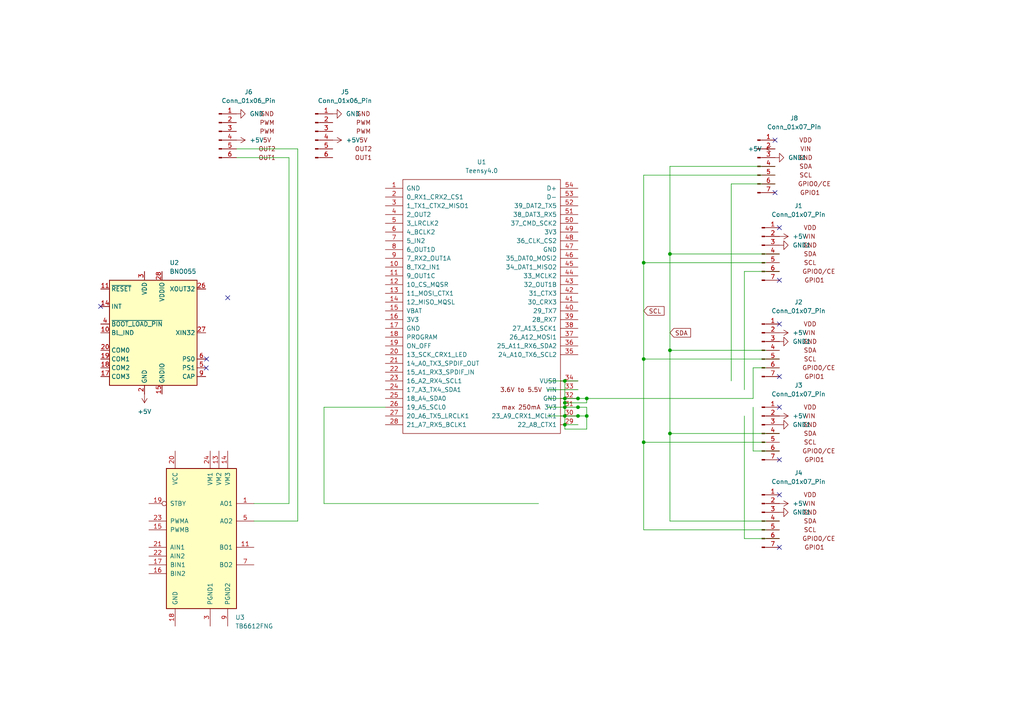
<source format=kicad_sch>
(kicad_sch (version 20230121) (generator eeschema)
  (paper "A4")
  (lib_symbols
    (symbol "Conn_01x06_Pin_2" (pin_names (offset 1.016) hide)
      (property "Reference" "J6" (at 8.6051 11.43 0))
      (property "Value" "Conn_01x06_Pin" (at 8.6051 8.89 0))
      (symbol "Conn_01x06_Pin_2_1_1"
        (polyline (pts (xy 1.27 -7.62) (xy 0.8636 -7.62)) (stroke (width 0.1524)))
        (polyline (pts (xy 1.27 -5.08) (xy 0.8636 -5.08)) (stroke (width 0.1524)))
        (polyline (pts (xy 1.27 -2.54) (xy 0.8636 -2.54)) (stroke (width 0.1524)))
        (polyline (pts (xy 1.27 0) (xy 0.8636 0)) (stroke (width 0.1524)))
        (polyline (pts (xy 1.27 2.54) (xy 0.8636 2.54)) (stroke (width 0.1524)))
        (polyline (pts (xy 1.27 5.08) (xy 0.8636 5.08)) (stroke (width 0.1524)))
        (rectangle (start 0.8636 -7.493) (end 0 -7.747) (stroke (width 0.1524)) (fill (type outline)))
        (rectangle (start 0.8636 -4.953) (end 0 -5.207) (stroke (width 0.1524)) (fill (type outline)))
        (rectangle (start 0.8636 -2.413) (end 0 -2.667) (stroke (width 0.1524)) (fill (type outline)))
        (rectangle (start 0.8636 0.127) (end 0 -0.127) (stroke (width 0.1524)) (fill (type outline)))
        (rectangle (start 0.8636 2.667) (end 0 2.413) (stroke (width 0.1524)) (fill (type outline)))
        (rectangle (start 0.8636 5.207) (end 0 4.953) (stroke (width 0.1524)) (fill (type outline)))
        (text "5V" (at 13.97 -2.54 0) (effects (font (size 1.27 1.27))))
        (text "GND" (at 13.97 5.08 0) (effects (font (size 1.27 1.27))))
        (text "OUT1" (at 13.97 -7.62 0) (effects (font (size 1.27 1.27))))
        (text "OUT2" (at 13.97 -5.08 0) (effects (font (size 1.27 1.27))))
        (text "PWM" (at 13.97 0 0) (effects (font (size 1.27 1.27))))
        (text "PWM" (at 13.97 2.54 0) (effects (font (size 1.27 1.27))))
        (pin passive line (at 5.08 5.08 180) (length 3.81) (name "Pin_1") (number "1"))
        (pin passive line (at 5.08 2.54 180) (length 3.81) (name "Pin_2") (number "2"))
        (pin passive line (at 5.08 0 180) (length 3.81) (name "Pin_3") (number "3"))
        (pin passive line (at 5.08 -2.54 180) (length 3.81) (name "Pin_4") (number "4"))
        (pin passive line (at 5.08 -5.08 180) (length 3.81) (name "Pin_5") (number "5"))
        (pin passive line (at 5.08 -7.62 180) (length 3.81) (name "Pin_6") (number "6"))
      )
    )
    (symbol "Conn_01x07_Pin_1" (pin_names (offset 1.016) hide)
      (property "Reference" "J1" (at 0.635 12.7 0))
      (property "Value" "Conn_01x07_Pin" (at 0.635 10.16 0))
      (symbol "Conn_01x07_Pin_1_1_1"
        (polyline (pts (xy 1.27 -7.62) (xy 0.8636 -7.62)) (stroke (width 0.1524)))
        (polyline (pts (xy 1.27 -5.08) (xy 0.8636 -5.08)) (stroke (width 0.1524)))
        (polyline (pts (xy 1.27 -2.54) (xy 0.8636 -2.54)) (stroke (width 0.1524)))
        (polyline (pts (xy 1.27 0) (xy 0.8636 0)) (stroke (width 0.1524)))
        (polyline (pts (xy 1.27 2.54) (xy 0.8636 2.54)) (stroke (width 0.1524)))
        (polyline (pts (xy 1.27 5.08) (xy 0.8636 5.08)) (stroke (width 0.1524)))
        (polyline (pts (xy 1.27 7.62) (xy 0.8636 7.62)) (stroke (width 0.1524)))
        (rectangle (start 0.8636 -7.493) (end 0 -7.747) (stroke (width 0.1524)) (fill (type outline)))
        (rectangle (start 0.8636 -4.953) (end 0 -5.207) (stroke (width 0.1524)) (fill (type outline)))
        (rectangle (start 0.8636 -2.413) (end 0 -2.667) (stroke (width 0.1524)) (fill (type outline)))
        (rectangle (start 0.8636 0.127) (end 0 -0.127) (stroke (width 0.1524)) (fill (type outline)))
        (rectangle (start 0.8636 2.667) (end 0 2.413) (stroke (width 0.1524)) (fill (type outline)))
        (rectangle (start 0.8636 5.207) (end 0 4.953) (stroke (width 0.1524)) (fill (type outline)))
        (rectangle (start 0.8636 7.747) (end 0 7.493) (stroke (width 0.1524)) (fill (type outline)))
        (text "GND" (at 13.97 2.54 0) (effects (font (size 1.27 1.27))))
        (text "GPIO0/CE" (at 16.51 -5.08 0) (effects (font (size 1.27 1.27))))
        (text "GPIO1" (at 15.24 -7.62 0) (effects (font (size 1.27 1.27))))
        (text "SCL" (at 13.97 -2.54 0) (effects (font (size 1.27 1.27))))
        (text "SDA" (at 13.97 0 0) (effects (font (size 1.27 1.27))))
        (text "VDD" (at 13.97 7.62 0) (effects (font (size 1.27 1.27))))
        (text "VIN" (at 13.97 5.08 0) (effects (font (size 1.27 1.27))))
        (pin passive line (at 5.08 7.62 180) (length 3.81) (name "Pin_1") (number "1"))
        (pin passive line (at 5.08 5.08 180) (length 3.81) (name "Pin_2") (number "2"))
        (pin passive line (at 5.08 2.54 180) (length 3.81) (name "Pin_3") (number "3"))
        (pin passive line (at 5.08 0 180) (length 3.81) (name "Pin_4") (number "4"))
        (pin passive line (at 5.08 -2.54 180) (length 3.81) (name "Pin_5") (number "5"))
        (pin passive line (at 5.08 -5.08 180) (length 3.81) (name "Pin_6") (number "6"))
        (pin passive line (at 5.08 -7.62 180) (length 3.81) (name "Pin_7") (number "7"))
      )
    )
    (symbol "Driver_Motor:TB6612FNG" (pin_names (offset 1.016))
      (property "Reference" "U" (at 11.43 17.78 0))
      (property "Value" "TB6612FNG" (at 11.43 15.24 0))
      (symbol "TB6612FNG_0_1"
        (rectangle (start -10.16 20.32) (end 10.16 -20.32) (stroke (width 0.254)) (fill (type background)))
      )
      (symbol "TB6612FNG_1_1"
        (pin output line (at 15.24 10.16 180) (length 5.08) (name "AO1") (number "1"))
        (pin passive line (at 7.62 -25.4 90) (length 5.08) hide (name "PGND2") (number "10"))
        (pin output line (at 15.24 -2.54 180) (length 5.08) (name "BO1") (number "11"))
        (pin passive line (at 15.24 -2.54 180) (length 5.08) hide (name "BO1") (number "12"))
        (pin power_in line (at 5.08 25.4 270) (length 5.08) (name "VM2") (number "13"))
        (pin power_in line (at 7.62 25.4 270) (length 5.08) (name "VM3") (number "14"))
        (pin input line (at -15.24 2.54 0) (length 5.08) (name "PWMB") (number "15"))
        (pin input line (at -15.24 -10.16 0) (length 5.08) (name "BIN2") (number "16"))
        (pin input line (at -15.24 -7.62 0) (length 5.08) (name "BIN1") (number "17"))
        (pin power_in line (at -7.62 -25.4 90) (length 5.08) (name "GND") (number "18"))
        (pin input inverted (at -15.24 10.16 0) (length 5.08) (name "STBY") (number "19"))
        (pin passive line (at 15.24 10.16 180) (length 5.08) hide (name "AO1") (number "2"))
        (pin power_in line (at -7.62 25.4 270) (length 5.08) (name "VCC") (number "20"))
        (pin input line (at -15.24 -2.54 0) (length 5.08) (name "AIN1") (number "21"))
        (pin input line (at -15.24 -5.08 0) (length 5.08) (name "AIN2") (number "22"))
        (pin input line (at -15.24 5.08 0) (length 5.08) (name "PWMA") (number "23"))
        (pin power_in line (at 2.54 25.4 270) (length 5.08) (name "VM1") (number "24"))
        (pin power_in line (at 2.54 -25.4 90) (length 5.08) (name "PGND1") (number "3"))
        (pin passive line (at 2.54 -25.4 90) (length 5.08) hide (name "PGND1") (number "4"))
        (pin output line (at 15.24 5.08 180) (length 5.08) (name "AO2") (number "5"))
        (pin passive line (at 15.24 5.08 180) (length 5.08) hide (name "AO2") (number "6"))
        (pin output line (at 15.24 -7.62 180) (length 5.08) (name "BO2") (number "7"))
        (pin passive line (at 15.24 -7.62 180) (length 5.08) hide (name "BO2") (number "8"))
        (pin power_in line (at 7.62 -25.4 90) (length 5.08) (name "PGND2") (number "9"))
      )
    )
    (symbol "Sensor_Motion:BNO055"
      (property "Reference" "U" (at -11.43 16.51 0))
      (property "Value" "BNO055" (at 12.7 16.51 0))
      (symbol "BNO055_0_1"
        (rectangle (start -12.7 15.24) (end 12.7 -15.24) (stroke (width 0.254)) (fill (type background)))
      )
      (symbol "BNO055_1_1"
        (pin no_connect line (at -12.7 10.16 0) (length 2.54) hide (name "PIN1") (number "1"))
        (pin output line (at -15.24 0 0) (length 2.54) (name "BL_IND") (number "10"))
        (pin input line (at -15.24 12.7 0) (length 2.54) (name "~{RESET}") (number "11"))
        (pin no_connect line (at 12.7 10.16 180) (length 2.54) hide (name "PIN12") (number "12"))
        (pin no_connect line (at 12.7 7.62 180) (length 2.54) hide (name "PIN13") (number "13"))
        (pin output line (at -15.24 7.62 0) (length 2.54) (name "INT") (number "14"))
        (pin power_in line (at 2.54 -17.78 90) (length 2.54) (name "GNDIO") (number "15"))
        (pin passive line (at 2.54 -17.78 90) (length 2.54) hide (name "GNDIO") (number "16"))
        (pin input line (at -15.24 -12.7 0) (length 2.54) (name "COM3") (number "17"))
        (pin passive line (at -15.24 -10.16 0) (length 2.54) (name "COM2") (number "18"))
        (pin bidirectional line (at -15.24 -7.62 0) (length 2.54) (name "COM1") (number "19"))
        (pin power_in line (at -2.54 -17.78 90) (length 2.54) (name "GND") (number "2"))
        (pin bidirectional line (at -15.24 -5.08 0) (length 2.54) (name "COM0") (number "20"))
        (pin no_connect line (at 12.7 5.08 180) (length 2.54) hide (name "PIN21") (number "21"))
        (pin no_connect line (at 12.7 2.54 180) (length 2.54) hide (name "PIN22") (number "22"))
        (pin no_connect line (at 12.7 -2.54 180) (length 2.54) hide (name "PIN23") (number "23"))
        (pin no_connect line (at 12.7 -5.08 180) (length 2.54) hide (name "PIN24") (number "24"))
        (pin passive line (at 2.54 -17.78 90) (length 2.54) hide (name "GNDIO") (number "25"))
        (pin output line (at 15.24 12.7 180) (length 2.54) (name "XOUT32") (number "26"))
        (pin input line (at 15.24 0 180) (length 2.54) (name "XIN32") (number "27"))
        (pin power_in line (at 2.54 17.78 270) (length 2.54) (name "VDDIO") (number "28"))
        (pin power_in line (at -2.54 17.78 270) (length 2.54) (name "VDD") (number "3"))
        (pin input line (at -15.24 2.54 0) (length 2.54) (name "~{BOOT_LOAD_PIN}") (number "4"))
        (pin input line (at 15.24 -10.16 180) (length 2.54) (name "PS1") (number "5"))
        (pin input line (at 15.24 -7.62 180) (length 2.54) (name "PS0") (number "6"))
        (pin no_connect line (at -12.7 5.08 0) (length 2.54) hide (name "PIN7") (number "7"))
        (pin no_connect line (at -12.7 -2.54 0) (length 2.54) hide (name "PIN8") (number "8"))
        (pin passive line (at 15.24 -12.7 180) (length 2.54) (name "CAP") (number "9"))
      )
    )
    (symbol "power:+5V" (power) (pin_names (offset 0))
      (property "Value" "+5V" (at 0 3.556 0))
      (symbol "+5V_0_1"
        (polyline (pts (xy -0.762 1.27) (xy 0 2.54)))
        (polyline (pts (xy 0 0) (xy 0 2.54)))
        (polyline (pts (xy 0 2.54) (xy 0.762 1.27)))
      )
      (symbol "+5V_1_1"
        (pin power_in line (at 0 0 90) (length 0) hide (name "+5V") (number "1"))
      )
    )
    (symbol "power:GND" (power) (pin_names (offset 0))
      (property "Value" "GND" (at 0 -3.81 0))
      (symbol "GND_0_1"
        (polyline (pts (xy 0 0) (xy 0 -1.27) (xy 1.27 -1.27) (xy 0 -2.54) (xy -1.27 -1.27) (xy 0 -1.27)))
      )
      (symbol "GND_1_1"
        (pin power_in line (at 0 0 270) (length 0) hide (name "GND") (number "1"))
      )
    )
    (symbol "power:GND1" (power) (pin_names (offset 0))
      (property "Value" "GND1" (at 0 -3.81 0))
      (symbol "GND1_0_1"
        (polyline (pts (xy 0 0) (xy 0 -1.27) (xy 1.27 -1.27) (xy 0 -2.54) (xy -1.27 -1.27) (xy 0 -1.27)))
      )
      (symbol "GND1_1_1"
        (pin power_in line (at 0 0 270) (length 0) hide (name "GND1") (number "1"))
      )
    )
    (symbol "teensy:Teensy4.0" (pin_names (offset 1.016))
      (property "Reference" "U" (at 0 39.37 0))
      (property "Value" "Teensy4.0" (at 0 -39.37 0))
      (symbol "Teensy4.0_0_0"
        (text "3.6V to 5.5V" (at 11.43 -24.13 0) (effects (font (size 1.27 1.27))))
        (text "max 250mA" (at 11.43 -29.21 0) (effects (font (size 1.27 1.27))))
        (pin bidirectional line (at -27.94 11.43 0) (length 5.08) (name "8_TX2_IN1") (number "10"))
        (pin bidirectional line (at -27.94 8.89 0) (length 5.08) (name "9_OUT1C") (number "11"))
        (pin bidirectional line (at -27.94 6.35 0) (length 5.08) (name "10_CS_MQSR") (number "12"))
        (pin bidirectional line (at -27.94 3.81 0) (length 5.08) (name "11_MOSI_CTX1") (number "13"))
        (pin bidirectional line (at -27.94 1.27 0) (length 5.08) (name "12_MISO_MQSL") (number "14"))
        (pin power_in line (at -27.94 -1.27 0) (length 5.08) (name "VBAT") (number "15"))
        (pin power_in line (at -27.94 -3.81 0) (length 5.08) (name "3V3") (number "16"))
        (pin power_in line (at -27.94 -6.35 0) (length 5.08) (name "GND") (number "17"))
        (pin input line (at -27.94 -8.89 0) (length 5.08) (name "PROGRAM") (number "18"))
        (pin input line (at -27.94 -11.43 0) (length 5.08) (name "ON_OFF") (number "19"))
        (pin bidirectional line (at -27.94 -13.97 0) (length 5.08) (name "13_SCK_CRX1_LED") (number "20"))
        (pin bidirectional line (at -27.94 -16.51 0) (length 5.08) (name "14_A0_TX3_SPDIF_OUT") (number "21"))
        (pin bidirectional line (at -27.94 -19.05 0) (length 5.08) (name "15_A1_RX3_SPDIF_IN") (number "22"))
        (pin bidirectional line (at -27.94 -21.59 0) (length 5.08) (name "16_A2_RX4_SCL1") (number "23"))
        (pin bidirectional line (at -27.94 -24.13 0) (length 5.08) (name "17_A3_TX4_SDA1") (number "24"))
        (pin bidirectional line (at -27.94 -26.67 0) (length 5.08) (name "18_A4_SDA0") (number "25"))
        (pin bidirectional line (at -27.94 -29.21 0) (length 5.08) (name "19_A5_SCL0") (number "26"))
        (pin bidirectional line (at -27.94 -31.75 0) (length 5.08) (name "20_A6_TX5_LRCLK1") (number "27"))
        (pin bidirectional line (at -27.94 -34.29 0) (length 5.08) (name "21_A7_RX5_BCLK1") (number "28"))
        (pin bidirectional line (at 27.94 -34.29 180) (length 5.08) (name "22_A8_CTX1") (number "29"))
        (pin bidirectional line (at 27.94 -31.75 180) (length 5.08) (name "23_A9_CRX1_MCLK1") (number "30"))
        (pin power_out line (at 27.94 -29.21 180) (length 5.08) (name "3V3") (number "31"))
        (pin power_in line (at 27.94 -26.67 180) (length 5.08) (name "GND") (number "32"))
        (pin power_in line (at 27.94 -24.13 180) (length 5.08) (name "VIN") (number "33"))
        (pin power_out line (at 27.94 -21.59 180) (length 5.08) (name "VUSB") (number "34"))
        (pin bidirectional line (at 27.94 -13.97 180) (length 5.08) (name "24_A10_TX6_SCL2") (number "35"))
        (pin bidirectional line (at 27.94 -11.43 180) (length 5.08) (name "25_A11_RX6_SDA2") (number "36"))
        (pin bidirectional line (at 27.94 -8.89 180) (length 5.08) (name "26_A12_MOSI1") (number "37"))
        (pin bidirectional line (at 27.94 -6.35 180) (length 5.08) (name "27_A13_SCK1") (number "38"))
        (pin bidirectional line (at 27.94 -3.81 180) (length 5.08) (name "28_RX7") (number "39"))
        (pin bidirectional line (at 27.94 -1.27 180) (length 5.08) (name "29_TX7") (number "40"))
        (pin bidirectional line (at 27.94 1.27 180) (length 5.08) (name "30_CRX3") (number "41"))
        (pin bidirectional line (at 27.94 3.81 180) (length 5.08) (name "31_CTX3") (number "42"))
        (pin bidirectional line (at 27.94 6.35 180) (length 5.08) (name "32_OUT1B") (number "43"))
        (pin bidirectional line (at 27.94 8.89 180) (length 5.08) (name "33_MCLK2") (number "44"))
        (pin bidirectional line (at 27.94 11.43 180) (length 5.08) (name "34_DAT1_MISO2") (number "45"))
        (pin bidirectional line (at 27.94 13.97 180) (length 5.08) (name "35_DAT0_MOSI2") (number "46"))
        (pin power_out line (at 27.94 16.51 180) (length 5.08) (name "GND") (number "47"))
        (pin bidirectional line (at 27.94 19.05 180) (length 5.08) (name "36_CLK_CS2") (number "48"))
        (pin power_out line (at 27.94 21.59 180) (length 5.08) (name "3V3") (number "49"))
        (pin bidirectional line (at -27.94 24.13 0) (length 5.08) (name "3_LRCLK2") (number "5"))
        (pin bidirectional line (at 27.94 24.13 180) (length 5.08) (name "37_CMD_SCK2") (number "50"))
        (pin bidirectional line (at 27.94 26.67 180) (length 5.08) (name "38_DAT3_RX5") (number "51"))
        (pin bidirectional line (at 27.94 29.21 180) (length 5.08) (name "39_DAT2_TX5") (number "52"))
        (pin bidirectional line (at 27.94 31.75 180) (length 5.08) (name "D-") (number "53"))
        (pin bidirectional line (at 27.94 34.29 180) (length 5.08) (name "D+") (number "54"))
        (pin bidirectional line (at -27.94 21.59 0) (length 5.08) (name "4_BCLK2") (number "6"))
        (pin bidirectional line (at -27.94 19.05 0) (length 5.08) (name "5_IN2") (number "7"))
        (pin bidirectional line (at -27.94 16.51 0) (length 5.08) (name "6_OUT1D") (number "8"))
        (pin bidirectional line (at -27.94 13.97 0) (length 5.08) (name "7_RX2_OUT1A") (number "9"))
      )
      (symbol "Teensy4.0_0_1"
        (rectangle (start -22.86 36.83) (end 22.86 -36.83))
        (rectangle (start -20.32 -31.75) (end -20.32 -31.75))
      )
      (symbol "Teensy4.0_1_1"
        (pin power_in line (at -27.94 34.29 0) (length 5.08) (name "GND") (number "1"))
        (pin bidirectional line (at -27.94 31.75 0) (length 5.08) (name "0_RX1_CRX2_CS1") (number "2"))
        (pin bidirectional line (at -27.94 29.21 0) (length 5.08) (name "1_TX1_CTX2_MISO1") (number "3"))
        (pin bidirectional line (at -27.94 26.67 0) (length 5.08) (name "2_OUT2") (number "4"))
      )
    )
  )
  (junction (at 167.64 120.65))
  (junction (at 194.31 73.66))
  (junction (at 163.83 118.11))
  (junction (at 170.18 120.65))
  (junction (at 170.18 115.57))
  (junction (at 186.69 104.14))
  (junction (at 163.83 123.19))
  (junction (at 194.31 125.73))
  (junction (at 167.64 115.57))
  (junction (at 163.83 110.49))
  (junction (at 167.64 118.11))
  (junction (at 163.83 115.57))
  (junction (at 186.69 128.27))
  (junction (at 194.31 101.6))
  (junction (at 186.69 76.2))
  (junction (at 163.83 116.84))
  (junction (at 163.83 120.65))
  (no_connect (at 224.79 55.88))
  (no_connect (at 226.06 143.51))
  (no_connect (at 224.79 40.64))
  (no_connect (at 226.06 133.35))
  (no_connect (at 29.1808 88.8652))
  (no_connect (at 226.06 158.75))
  (no_connect (at 226.06 81.28))
  (no_connect (at 59.9143 104.1237))
  (no_connect (at 226.06 109.22))
  (no_connect (at 66.04 86.36))
  (no_connect (at 226.06 93.98))
  (no_connect (at 226.06 118.11))
  (no_connect (at 226.06 66.04))
  (no_connect (at 59.806 106.7209))
  (wire (pts (xy 170.18 120.65) (xy 170.18 118.11)))
  (wire (pts (xy 218.44 118.11) (xy 218.44 130.81)))
  (wire (pts (xy 194.31 48.26) (xy 224.79 48.26)))
  (wire (pts (xy 163.83 110.49) (xy 163.83 115.57)))
  (wire (pts (xy 215.9 120.65) (xy 215.9 156.21)))
  (wire (pts (xy 212.09 110.49) (xy 212.09 53.34)))
  (wire (pts (xy 167.64 123.19) (xy 163.83 123.19)))
  (wire (pts (xy 163.83 124.46) (xy 170.18 124.46)))
  (wire (pts (xy 218.44 130.81) (xy 226.06 130.81)))
  (wire (pts (xy 163.83 116.84) (xy 163.83 118.11)))
  (wire (pts (xy 170.18 124.46) (xy 170.18 120.65)))
  (wire (pts (xy 194.31 101.6) (xy 194.31 73.66)))
  (wire (pts (xy 215.9 78.74) (xy 226.06 78.74)))
  (wire (pts (xy 167.64 120.65) (xy 163.83 120.65)))
  (wire (pts (xy 163.83 120.65) (xy 163.83 123.19)))
  (wire (pts (xy 86.36 151.13) (xy 73.66 151.13)))
  (wire (pts (xy 158.75 113.03) (xy 167.64 113.03)))
  (wire (pts (xy 226.06 125.73) (xy 194.31 125.73)))
  (wire (pts (xy 194.31 101.6) (xy 194.31 125.73)))
  (wire (pts (xy 186.69 128.27) (xy 186.69 153.67)))
  (wire (pts (xy 186.69 76.2) (xy 226.06 76.2)))
  (wire (pts (xy 73.66 146.05) (xy 83.82 146.05)))
  (wire (pts (xy 83.82 146.05) (xy 83.82 45.72)))
  (wire (pts (xy 86.36 43.18) (xy 86.36 151.13)))
  (wire (pts (xy 93.98 118.11) (xy 93.98 146.05)))
  (wire (pts (xy 68.58 43.18) (xy 86.36 43.18)))
  (wire (pts (xy 194.31 73.66) (xy 194.31 48.26)))
  (wire (pts (xy 158.75 120.65) (xy 163.83 120.65)))
  (wire (pts (xy 158.75 118.11) (xy 163.83 118.11)))
  (wire (pts (xy 224.79 50.8) (xy 186.69 50.8)))
  (wire (pts (xy 167.64 120.65) (xy 170.18 120.65)))
  (wire (pts (xy 170.18 116.84) (xy 170.18 115.57)))
  (wire (pts (xy 186.69 153.67) (xy 226.06 153.67)))
  (wire (pts (xy 226.06 151.13) (xy 194.31 151.13)))
  (wire (pts (xy 186.69 104.14) (xy 186.69 128.27)))
  (wire (pts (xy 163.83 116.84) (xy 170.18 116.84)))
  (wire (pts (xy 167.64 115.57) (xy 170.18 115.57)))
  (wire (pts (xy 194.31 151.13) (xy 194.31 125.73)))
  (wire (pts (xy 186.69 50.8) (xy 186.69 76.2)))
  (wire (pts (xy 167.64 110.49) (xy 163.83 110.49)))
  (wire (pts (xy 215.9 113.03) (xy 215.9 78.74)))
  (wire (pts (xy 167.64 118.11) (xy 170.18 118.11)))
  (wire (pts (xy 215.9 156.21) (xy 226.06 156.21)))
  (wire (pts (xy 186.69 104.14) (xy 226.06 104.14)))
  (wire (pts (xy 163.83 123.19) (xy 163.83 124.46)))
  (wire (pts (xy 218.44 106.68) (xy 226.06 106.68)))
  (wire (pts (xy 163.83 115.57) (xy 163.83 116.84)))
  (wire (pts (xy 93.98 146.05) (xy 156.21 146.05)))
  (wire (pts (xy 212.09 53.34) (xy 224.79 53.34)))
  (wire (pts (xy 163.83 118.11) (xy 163.83 120.65)))
  (wire (pts (xy 186.69 128.27) (xy 226.06 128.27)))
  (wire (pts (xy 158.75 110.49) (xy 163.83 110.49)))
  (wire (pts (xy 163.83 118.11) (xy 167.64 118.11)))
  (wire (pts (xy 194.31 73.66) (xy 226.06 73.66)))
  (wire (pts (xy 218.44 115.57) (xy 218.44 106.68)))
  (wire (pts (xy 194.31 101.6) (xy 226.06 101.6)))
  (wire (pts (xy 167.64 115.57) (xy 163.83 115.57)))
  (wire (pts (xy 186.69 76.2) (xy 186.69 104.14)))
  (wire (pts (xy 170.18 115.57) (xy 218.44 115.57)))
  (wire (pts (xy 158.75 115.57) (xy 163.83 115.57)))
  (wire (pts (xy 111.76 118.11) (xy 93.98 118.11)))
  (wire (pts (xy 83.82 45.72) (xy 68.58 45.72)))
  (global_label "SCL" (shape input) (at 186.69 90.17 0) (property "Intersheetrefs" "${INTERSHEET_REFS}" (effects hide)))
  (global_label "SDA" (shape input) (at 194.31 96.52 0) (property "Intersheetrefs" "${INTERSHEET_REFS}" (effects hide)))
  (symbol (lib_id "Driver_Motor:TB6612FNG") (at 58.42 156.21 0) (unit 1)
    (property "Reference" "U3" (at 68.2341 179.07 0) (effects (justify left)))
    (property "Value" "TB6612FNG" (at 68.2341 181.61 0) (effects (justify left)))
    (property "Footprint" "Package_SO:SSOP-24_5.3x8.2mm_P0.65mm" (effects hide))
    (property "Datasheet" "https://toshiba.semicon-storage.com/us/product/linear/motordriver/detail.TB6612FNG.html" (effects hide))
  )
  (symbol (lib_id "power:GND") (at 96.52 33.02 90) (unit 1)
    (property "Reference" "#PWR01" (effects hide))
    (property "Value" "GND" (at 100.33 33.02 90) (effects (justify right)))
  )
  (symbol (lib_id "power:+5V") (at 224.79 43.18 90) (unit 1)
    (property "Reference" "#PWR07" (effects hide))
    (property "Value" "+5V" (at 220.98 43.18 90) (effects (justify left)))
  )
  (symbol (lib_id "Sensor_Motion:BNO055") (at 44.45 96.52 0) (unit 1)
    (property "Reference" "U2" (at 49.1841 76.2 0) (effects (justify left)))
    (property "Value" "BNO055" (at 49.1841 78.74 0) (effects (justify left)))
    (property "Footprint" "Package_LGA:LGA-28_5.2x3.8mm_P0.5mm" (effects hide))
    (property "Datasheet" "https://www.bosch-sensortec.com/media/boschsensortec/downloads/datasheets/bst-bno055-ds000.pdf" (effects hide))
  )
  (symbol (lib_name "Conn_01x07_Pin_1") (lib_id "Connector:Conn_01x07_Pin") (at 220.98 125.73 0) (unit 1)
    (property "Reference" "J3" (at 231.6111 111.76 0))
    (property "Value" "Conn_01x07_Pin" (at 231.6111 114.3 0))
    (property "Footprint" "Connector_PinHeader_2.54mm:PinHeader_1x07_P2.54mm_Vertical" (effects hide))
  )
  (symbol (lib_id "power:+5V") (at 41.91 114.3 180) (unit 1)
    (property "Reference" "#PWR017" (effects hide))
    (property "Value" "+5V" (at 41.91 119.38 0))
  )
  (symbol (lib_id "power:GND") (at 68.58 33.02 90) (unit 1)
    (property "Reference" "#PWR03" (effects hide))
    (property "Value" "GND" (at 72.39 33.02 90) (effects (justify right)))
  )
  (symbol (lib_id "power:GND1") (at 226.06 71.12 90) (unit 1)
    (property "Reference" "#PWR06" (effects hide))
    (property "Value" "GND1" (at 229.87 71.12 90) (effects (justify right)))
  )
  (symbol (lib_id "power:+5V") (at 68.58 40.64 270) (unit 1)
    (property "Reference" "#PWR02" (effects hide))
    (property "Value" "+5V" (at 72.39 40.64 90) (effects (justify left)))
  )
  (symbol (lib_id "power:+5V") (at 96.52 40.64 270) (unit 1)
    (property "Reference" "#PWR04" (effects hide))
    (property "Value" "+5V" (at 100.33 40.64 90) (effects (justify left)))
  )
  (symbol (lib_id "power:GND1") (at 226.06 148.59 90) (unit 1)
    (property "Reference" "#PWR012" (effects hide))
    (property "Value" "GND1" (at 229.87 148.59 90) (effects (justify right)))
  )
  (symbol (lib_id "power:GND1") (at 226.06 99.06 90) (unit 1)
    (property "Reference" "#PWR08" (effects hide))
    (property "Value" "GND1" (at 229.87 99.06 90) (effects (justify right)))
  )
  (symbol (lib_id "power:+5V") (at 226.06 96.52 270) (unit 1)
    (property "Reference" "#PWR011" (effects hide))
    (property "Value" "+5V" (at 229.87 96.52 90) (effects (justify left)))
  )
  (symbol (lib_name "Conn_01x07_Pin_1") (lib_id "Connector:Conn_01x07_Pin") (at 219.71 48.26 0) (unit 1)
    (property "Reference" "J8" (at 230.3411 34.29 0))
    (property "Value" "Conn_01x07_Pin" (at 230.3411 36.83 0))
    (property "Footprint" "Connector_PinHeader_2.54mm:PinHeader_1x07_P2.54mm_Vertical" (effects hide))
  )
  (symbol (lib_id "power:GND1") (at 224.79 45.72 90) (unit 1)
    (property "Reference" "#PWR05" (effects hide))
    (property "Value" "GND1" (at 228.6 45.72 90) (effects (justify right)))
  )
  (symbol (lib_id "power:+5V") (at 226.06 68.58 270) (unit 1)
    (property "Reference" "#PWR09" (effects hide))
    (property "Value" "+5V" (at 229.87 68.58 90) (effects (justify left)))
  )
  (symbol (lib_name "Conn_01x07_Pin_1") (lib_id "Connector:Conn_01x07_Pin") (at 220.98 101.6 0) (unit 1)
    (property "Reference" "J2" (at 231.6111 87.63 0))
    (property "Value" "Conn_01x07_Pin" (at 231.6111 90.17 0))
    (property "Footprint" "Connector_PinHeader_2.54mm:PinHeader_1x07_P2.54mm_Vertical" (effects hide))
  )
  (symbol (lib_name "Conn_01x06_Pin_2") (lib_id "Connector:Conn_01x06_Pin") (at 91.44 38.1 0) (unit 1)
    (property "Reference" "J5" (at 100.0451 26.67 0))
    (property "Value" "Conn_01x06_Pin" (at 100.0451 29.21 0))
    (property "Footprint" "Connector_PinSocket_2.54mm:PinSocket_1x06_P2.54mm_Vertical" (effects hide))
  )
  (symbol (lib_name "Conn_01x07_Pin_1") (lib_id "Connector:Conn_01x07_Pin") (at 220.98 73.66 0) (unit 1)
    (property "Reference" "J1" (at 231.6111 59.69 0))
    (property "Value" "Conn_01x07_Pin" (at 231.6111 62.23 0))
    (property "Footprint" "Connector_PinHeader_2.54mm:PinHeader_1x07_P2.54mm_Vertical" (effects hide))
  )
  (symbol (lib_id "power:+5V") (at 226.06 120.65 270) (unit 1)
    (property "Reference" "#PWR014" (effects hide))
    (property "Value" "+5V" (at 229.87 120.65 90) (effects (justify left)))
  )
  (symbol (lib_id "power:+5V") (at 226.06 146.05 270) (unit 1)
    (property "Reference" "#PWR015" (effects hide))
    (property "Value" "+5V" (at 229.87 146.05 90) (effects (justify left)))
  )
  (symbol (lib_name "Conn_01x07_Pin_1") (lib_id "Connector:Conn_01x07_Pin") (at 220.98 151.13 0) (unit 1)
    (property "Reference" "J4" (at 231.6111 137.16 0))
    (property "Value" "Conn_01x07_Pin" (at 231.6111 139.7 0))
  )
  (symbol (lib_id "power:GND1") (at 226.06 123.19 90) (unit 1)
    (property "Reference" "#PWR010" (effects hide))
    (property "Value" "GND1" (at 229.87 123.19 90) (effects (justify right)))
  )
  (symbol (lib_id "teensy:Teensy4.0") (at 139.7 88.9 0) (unit 1)
    (property "Reference" "U1" (at 139.7 46.99 0))
    (property "Value" "Teensy4.0" (at 139.7 49.53 0))
  )
  (symbol (lib_name "Conn_01x06_Pin_2") (lib_id "Connector:Conn_01x06_Pin") (at 63.5 38.1 0) (unit 1)
    (property "Reference" "J6" (at 72.1051 26.67 0))
    (property "Value" "Conn_01x06_Pin" (at 72.1051 29.21 0))
    (property "Footprint" "Connector_PinSocket_2.54mm:PinSocket_1x06_P2.54mm_Vertical" (effects hide))
  )
)
</source>
